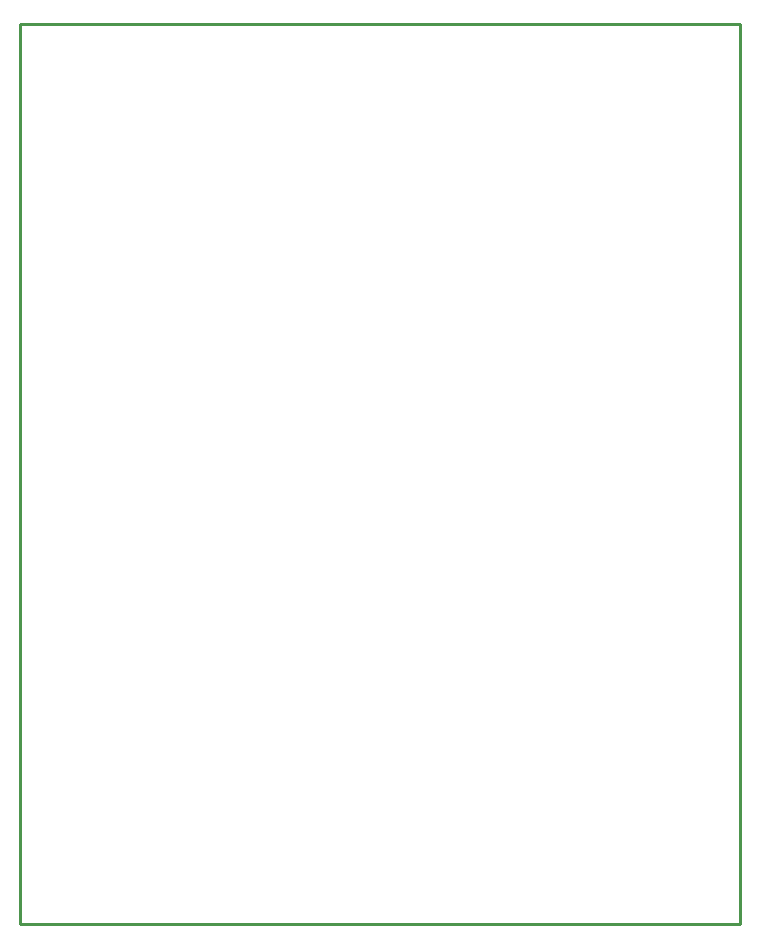
<source format=gbr>
G04 EAGLE Gerber RS-274X export*
G75*
%MOMM*%
%FSLAX34Y34*%
%LPD*%
%IN*%
%IPPOS*%
%AMOC8*
5,1,8,0,0,1.08239X$1,22.5*%
G01*
%ADD10C,0.254000*%


D10*
X0Y0D02*
X609600Y0D01*
X609600Y762000D01*
X0Y762000D01*
X0Y0D01*
M02*

</source>
